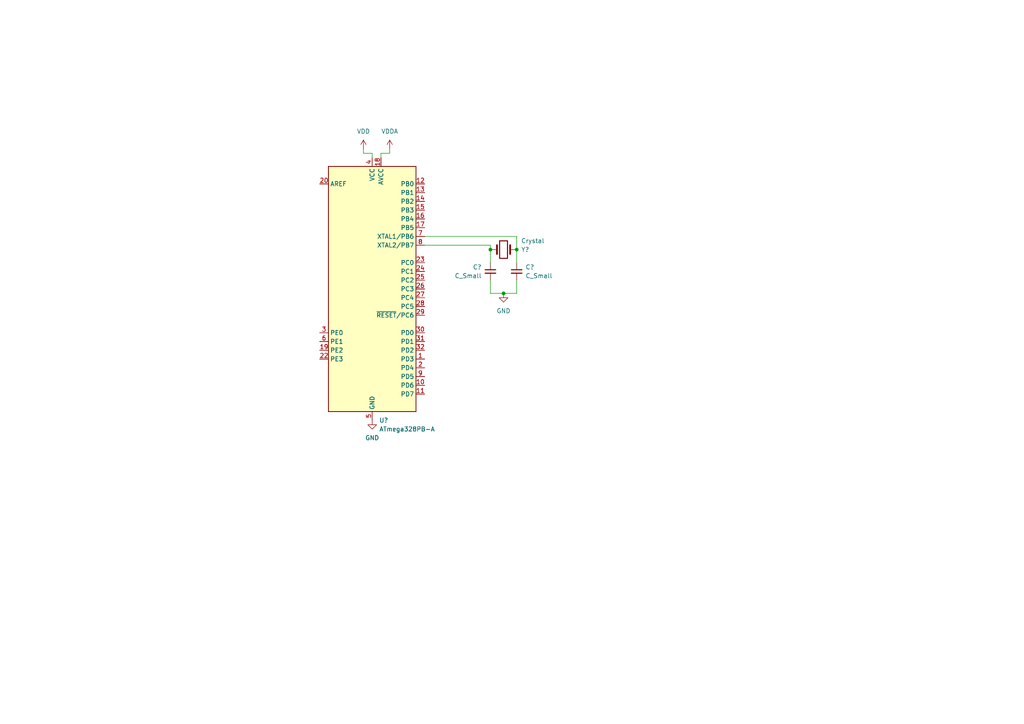
<source format=kicad_sch>
(kicad_sch (version 20211123) (generator eeschema)
  (paper "A4")
  (lib_symbols
    (symbol "Device:C_Small" (pin_numbers hide) (pin_names (offset 0.254) hide)
      (property "Reference" "C" (at 0.254 1.778 0))
      (property "Value" "C_Small" (at 0.254 -2.032 0))
      (symbol "C_Small_0_1"
        (polyline (pts (xy -1.524 -0.508) (xy 1.524 -0.508)) (stroke (width 0.3302)))
        (polyline (pts (xy -1.524 0.508) (xy 1.524 0.508)) (stroke (width 0.3048)))
      )
      (symbol "C_Small_1_1"
        (pin passive line (at 0 2.54 270) (length 2.032) (name "~") (number "1"))
        (pin passive line (at 0 -2.54 90) (length 2.032) (name "~") (number "2"))
      )
    )
    (symbol "Device:Crystal" (pin_numbers hide) (pin_names (offset 1.016) hide)
      (property "Reference" "Y" (at 0 3.81 0))
      (property "Value" "Crystal" (at 0 -3.81 0))
      (symbol "Crystal_0_1"
        (rectangle (start -1.143 2.54) (end 1.143 -2.54) (stroke (width 0.3048)))
        (polyline (pts (xy -2.54 0) (xy -1.905 0)))
        (polyline (pts (xy -1.905 -1.27) (xy -1.905 1.27)) (stroke (width 0.508)))
        (polyline (pts (xy 1.905 -1.27) (xy 1.905 1.27)) (stroke (width 0.508)))
        (polyline (pts (xy 2.54 0) (xy 1.905 0)))
      )
      (symbol "Crystal_1_1"
        (pin passive line (at -3.81 0 0) (length 1.27) (name "1") (number "1"))
        (pin passive line (at 3.81 0 180) (length 1.27) (name "2") (number "2"))
      )
    )
    (symbol "MCU_Microchip_ATmega:ATmega328PB-A"
      (property "Reference" "U" (at -12.7 36.83 0))
      (property "Value" "ATmega328PB-A" (at 2.54 -36.83 0))
      (symbol "ATmega328PB-A_0_1"
        (rectangle (start -12.7 -35.56) (end 12.7 35.56) (stroke (width 0.254)) (fill (type background)))
      )
      (symbol "ATmega328PB-A_1_1"
        (pin bidirectional line (at 15.24 -20.32 180) (length 2.54) (name "PD3") (number "1"))
        (pin bidirectional line (at 15.24 -27.94 180) (length 2.54) (name "PD6") (number "10"))
        (pin bidirectional line (at 15.24 -30.48 180) (length 2.54) (name "PD7") (number "11"))
        (pin bidirectional line (at 15.24 30.48 180) (length 2.54) (name "PB0") (number "12"))
        (pin bidirectional line (at 15.24 27.94 180) (length 2.54) (name "PB1") (number "13"))
        (pin bidirectional line (at 15.24 25.4 180) (length 2.54) (name "PB2") (number "14"))
        (pin bidirectional line (at 15.24 22.86 180) (length 2.54) (name "PB3") (number "15"))
        (pin bidirectional line (at 15.24 20.32 180) (length 2.54) (name "PB4") (number "16"))
        (pin bidirectional line (at 15.24 17.78 180) (length 2.54) (name "PB5") (number "17"))
        (pin power_in line (at 2.54 38.1 270) (length 2.54) (name "AVCC") (number "18"))
        (pin bidirectional line (at -15.24 -17.78 0) (length 2.54) (name "PE2") (number "19"))
        (pin bidirectional line (at 15.24 -22.86 180) (length 2.54) (name "PD4") (number "2"))
        (pin passive line (at -15.24 30.48 0) (length 2.54) (name "AREF") (number "20"))
        (pin passive line (at 0 -38.1 90) (length 2.54) hide (name "GND") (number "21"))
        (pin bidirectional line (at -15.24 -20.32 0) (length 2.54) (name "PE3") (number "22"))
        (pin bidirectional line (at 15.24 7.62 180) (length 2.54) (name "PC0") (number "23"))
        (pin bidirectional line (at 15.24 5.08 180) (length 2.54) (name "PC1") (number "24"))
        (pin bidirectional line (at 15.24 2.54 180) (length 2.54) (name "PC2") (number "25"))
        (pin bidirectional line (at 15.24 0 180) (length 2.54) (name "PC3") (number "26"))
        (pin bidirectional line (at 15.24 -2.54 180) (length 2.54) (name "PC4") (number "27"))
        (pin bidirectional line (at 15.24 -5.08 180) (length 2.54) (name "PC5") (number "28"))
        (pin bidirectional line (at 15.24 -7.62 180) (length 2.54) (name "~{RESET}/PC6") (number "29"))
        (pin bidirectional line (at -15.24 -12.7 0) (length 2.54) (name "PE0") (number "3"))
        (pin bidirectional line (at 15.24 -12.7 180) (length 2.54) (name "PD0") (number "30"))
        (pin bidirectional line (at 15.24 -15.24 180) (length 2.54) (name "PD1") (number "31"))
        (pin bidirectional line (at 15.24 -17.78 180) (length 2.54) (name "PD2") (number "32"))
        (pin power_in line (at 0 38.1 270) (length 2.54) (name "VCC") (number "4"))
        (pin power_in line (at 0 -38.1 90) (length 2.54) (name "GND") (number "5"))
        (pin bidirectional line (at -15.24 -15.24 0) (length 2.54) (name "PE1") (number "6"))
        (pin bidirectional line (at 15.24 15.24 180) (length 2.54) (name "XTAL1/PB6") (number "7"))
        (pin bidirectional line (at 15.24 12.7 180) (length 2.54) (name "XTAL2/PB7") (number "8"))
        (pin bidirectional line (at 15.24 -25.4 180) (length 2.54) (name "PD5") (number "9"))
      )
    )
    (symbol "power:GND" (power) (pin_names (offset 0))
      (property "Value" "GND" (at 0 -3.81 0))
      (symbol "GND_0_1"
        (polyline (pts (xy 0 0) (xy 0 -1.27) (xy 1.27 -1.27) (xy 0 -2.54) (xy -1.27 -1.27) (xy 0 -1.27)))
      )
      (symbol "GND_1_1"
        (pin power_in line (at 0 0 270) (length 0) hide (name "GND") (number "1"))
      )
    )
    (symbol "power:VDD" (power) (pin_names (offset 0))
      (property "Value" "VDD" (at 0 3.81 0))
      (symbol "VDD_0_1"
        (polyline (pts (xy -0.762 1.27) (xy 0 2.54)))
        (polyline (pts (xy 0 0) (xy 0 2.54)))
        (polyline (pts (xy 0 2.54) (xy 0.762 1.27)))
      )
      (symbol "VDD_1_1"
        (pin power_in line (at 0 0 90) (length 0) hide (name "VDD") (number "1"))
      )
    )
    (symbol "power:VDDA" (power) (pin_names (offset 0))
      (property "Value" "VDDA" (at 0 3.81 0))
      (symbol "VDDA_0_1"
        (polyline (pts (xy -0.762 1.27) (xy 0 2.54)))
        (polyline (pts (xy 0 0) (xy 0 2.54)))
        (polyline (pts (xy 0 2.54) (xy 0.762 1.27)))
      )
      (symbol "VDDA_1_1"
        (pin power_in line (at 0 0 90) (length 0) hide (name "VDDA") (number "1"))
      )
    )
  )
  (junction (at 142.24 72.39))
  (junction (at 146.05 85.09))
  (junction (at 149.86 72.39))
  (wire (pts (xy 149.86 85.09) (xy 146.05 85.09)))
  (wire (pts (xy 110.49 44.45) (xy 113.03 44.45)))
  (wire (pts (xy 142.24 71.12) (xy 142.24 72.39)))
  (wire (pts (xy 149.86 68.58) (xy 149.86 72.39)))
  (wire (pts (xy 149.86 81.28) (xy 149.86 85.09)))
  (wire (pts (xy 146.05 85.09) (xy 142.24 85.09)))
  (wire (pts (xy 142.24 72.39) (xy 142.24 76.2)))
  (wire (pts (xy 110.49 45.72) (xy 110.49 44.45)))
  (wire (pts (xy 105.41 43.18) (xy 105.41 44.45)))
  (wire (pts (xy 142.24 81.28) (xy 142.24 85.09)))
  (wire (pts (xy 113.03 43.18) (xy 113.03 44.45)))
  (wire (pts (xy 149.86 72.39) (xy 149.86 76.2)))
  (wire (pts (xy 123.19 71.12) (xy 142.24 71.12)))
  (wire (pts (xy 107.95 44.45) (xy 105.41 44.45)))
  (wire (pts (xy 123.19 68.58) (xy 149.86 68.58)))
  (wire (pts (xy 107.95 45.72) (xy 107.95 44.45)))
  (symbol (lib_id "Device:C_Small") (at 142.24 78.74 0) (unit 1)
    (property "Reference" "C?" (at 139.7 77.47 0) (effects (justify right)))
    (property "Value" "C_Small" (at 139.7 80.01 0) (effects (justify right)))
  )
  (symbol (lib_id "Device:C_Small") (at 149.86 78.74 0) (unit 1)
    (property "Reference" "C?" (at 152.4 77.47 0) (effects (justify left)))
    (property "Value" "C_Small" (at 152.4 80.01 0) (effects (justify left)))
  )
  (symbol (lib_id "power:VDD") (at 105.41 43.18 0) (unit 1)
    (property "Reference" "#PWR?" (effects hide))
    (property "Value" "VDD" (at 105.41 38.1 0))
  )
  (symbol (lib_id "power:GND") (at 146.05 85.09 0) (unit 1)
    (property "Reference" "#PWR?" (effects hide))
    (property "Value" "GND" (at 146.05 90.17 0))
  )
  (symbol (lib_id "Device:Crystal") (at 146.05 72.39 0) (unit 1)
    (property "Reference" "Y?" (at 151.13 72.39 0) (effects (justify left)))
    (property "Value" "Crystal" (at 151.13 69.85 0) (effects (justify left)))
  )
  (symbol (lib_id "power:GND") (at 107.95 121.92 0) (unit 1)
    (property "Reference" "#PWR?" (effects hide))
    (property "Value" "GND" (at 107.95 127 0))
  )
  (symbol (lib_id "MCU_Microchip_ATmega:ATmega328PB-A") (at 107.95 83.82 0) (unit 1)
    (property "Reference" "U?" (at 109.9694 121.92 0) (effects (justify left)))
    (property "Value" "ATmega328PB-A" (at 109.9694 124.46 0) (effects (justify left)))
    (property "Footprint" "Package_QFP:TQFP-32_7x7mm_P0.8mm" (effects hide))
    (property "Datasheet" "http://ww1.microchip.com/downloads/en/DeviceDoc/40001906C.pdf" (effects hide))
  )
  (symbol (lib_id "power:VDDA") (at 113.03 43.18 0) (unit 1)
    (property "Reference" "#PWR?" (effects hide))
    (property "Value" "VDDA" (at 113.03 38.1 0))
  )
)
</source>
